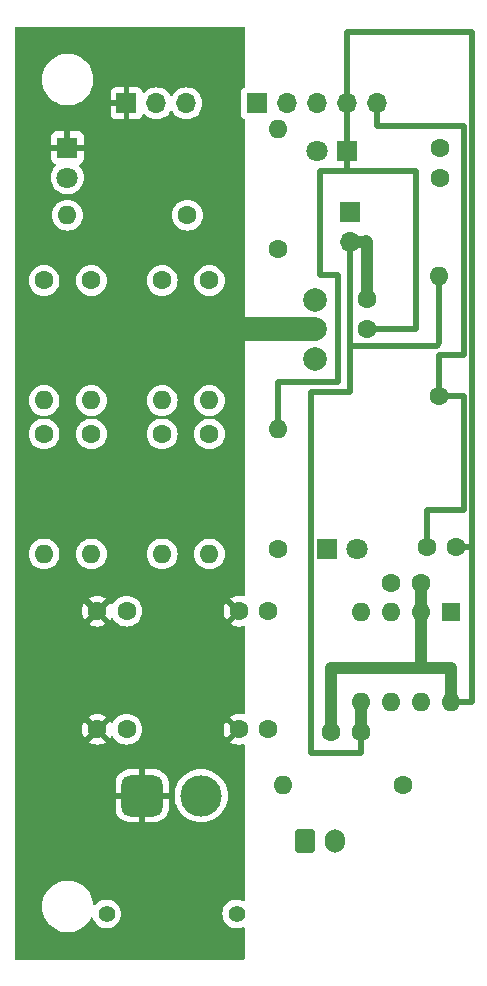
<source format=gbr>
%TF.GenerationSoftware,KiCad,Pcbnew,8.0.9-8.0.9-0~ubuntu24.04.1*%
%TF.CreationDate,2025-04-02T15:18:24+09:00*%
%TF.ProjectId,ServoDriver,53657276-6f44-4726-9976-65722e6b6963,rev?*%
%TF.SameCoordinates,Original*%
%TF.FileFunction,Copper,L2,Bot*%
%TF.FilePolarity,Positive*%
%FSLAX46Y46*%
G04 Gerber Fmt 4.6, Leading zero omitted, Abs format (unit mm)*
G04 Created by KiCad (PCBNEW 8.0.9-8.0.9-0~ubuntu24.04.1) date 2025-04-02 15:18:24*
%MOMM*%
%LPD*%
G01*
G04 APERTURE LIST*
G04 Aperture macros list*
%AMRoundRect*
0 Rectangle with rounded corners*
0 $1 Rounding radius*
0 $2 $3 $4 $5 $6 $7 $8 $9 X,Y pos of 4 corners*
0 Add a 4 corners polygon primitive as box body*
4,1,4,$2,$3,$4,$5,$6,$7,$8,$9,$2,$3,0*
0 Add four circle primitives for the rounded corners*
1,1,$1+$1,$2,$3*
1,1,$1+$1,$4,$5*
1,1,$1+$1,$6,$7*
1,1,$1+$1,$8,$9*
0 Add four rect primitives between the rounded corners*
20,1,$1+$1,$2,$3,$4,$5,0*
20,1,$1+$1,$4,$5,$6,$7,0*
20,1,$1+$1,$6,$7,$8,$9,0*
20,1,$1+$1,$8,$9,$2,$3,0*%
G04 Aperture macros list end*
%TA.AperFunction,ComponentPad*%
%ADD10C,1.600000*%
%TD*%
%TA.AperFunction,ComponentPad*%
%ADD11O,1.600000X1.600000*%
%TD*%
%TA.AperFunction,ComponentPad*%
%ADD12O,1.700000X1.700000*%
%TD*%
%TA.AperFunction,ComponentPad*%
%ADD13R,1.700000X1.700000*%
%TD*%
%TA.AperFunction,ComponentPad*%
%ADD14C,2.000000*%
%TD*%
%TA.AperFunction,ComponentPad*%
%ADD15R,1.600000X1.600000*%
%TD*%
%TA.AperFunction,ComponentPad*%
%ADD16C,1.400000*%
%TD*%
%TA.AperFunction,ComponentPad*%
%ADD17RoundRect,0.770000X0.980000X0.980000X-0.980000X0.980000X-0.980000X-0.980000X0.980000X-0.980000X0*%
%TD*%
%TA.AperFunction,ComponentPad*%
%ADD18C,3.500000*%
%TD*%
%TA.AperFunction,ComponentPad*%
%ADD19C,1.800000*%
%TD*%
%TA.AperFunction,ComponentPad*%
%ADD20R,1.800000X1.800000*%
%TD*%
%TA.AperFunction,ComponentPad*%
%ADD21RoundRect,0.250000X-0.600000X-0.750000X0.600000X-0.750000X0.600000X0.750000X-0.600000X0.750000X0*%
%TD*%
%TA.AperFunction,ComponentPad*%
%ADD22O,1.700000X2.000000*%
%TD*%
%TA.AperFunction,Conductor*%
%ADD23C,0.500000*%
%TD*%
%TA.AperFunction,Conductor*%
%ADD24C,1.000000*%
%TD*%
%TA.AperFunction,Conductor*%
%ADD25C,2.000000*%
%TD*%
G04 APERTURE END LIST*
D10*
%TO.P,0.1\u03BCF,1*%
%TO.N,Net-(U1-VO)*%
X105000000Y-130000000D03*
%TO.P,0.1\u03BCF,2*%
%TO.N,GND*%
X102500000Y-130000000D03*
%TD*%
%TO.P,1,1*%
%TO.N,+5V*%
X98000000Y-115000000D03*
D11*
%TO.P,1,2*%
%TO.N,Net-(U1-VO)*%
X98000000Y-125160000D03*
%TD*%
D10*
%TO.P,0.33\u03BCF,1*%
%TO.N,batt_in*%
X117000000Y-140000000D03*
%TO.P,0.33\u03BCF,2*%
%TO.N,GND*%
X114500000Y-140000000D03*
%TD*%
%TO.P,0.1\u03BCF,1*%
%TO.N,Net-(U5-VO)*%
X117000000Y-130000000D03*
%TO.P,0.1\u03BCF,2*%
%TO.N,GND*%
X114500000Y-130000000D03*
%TD*%
%TO.P,0.1\u03BCF,1*%
%TO.N,+5V*%
X127400000Y-127625000D03*
%TO.P,0.1\u03BCF,2*%
%TO.N,GND*%
X129900000Y-127625000D03*
%TD*%
D12*
%TO.P,J2,2,Pin_2*%
%TO.N,+3.3V*%
X123875000Y-98715000D03*
D13*
%TO.P,J2,1,Pin_1*%
%TO.N,External_3.3V*%
X123875000Y-96175000D03*
%TD*%
D11*
%TO.P,330,2*%
%TO.N,Net-(D2-A)*%
X99970000Y-96475000D03*
D10*
%TO.P,330,1*%
%TO.N,+5V*%
X110130000Y-96475000D03*
%TD*%
%TO.P,1,1*%
%TO.N,+5V*%
X108000000Y-115000000D03*
D11*
%TO.P,1,2*%
%TO.N,Net-(U5-VO)*%
X108000000Y-125160000D03*
%TD*%
D10*
%TO.P,1,1*%
%TO.N,+5V*%
X102000000Y-115000000D03*
D11*
%TO.P,1,2*%
%TO.N,Net-(U1-VO)*%
X102000000Y-125160000D03*
%TD*%
%TO.P,10k,2*%
%TO.N,+3.3V*%
X131430000Y-101660000D03*
D10*
%TO.P,10k,1*%
%TO.N,NRST*%
X131430000Y-111820000D03*
%TD*%
D13*
%TO.P,J3,1,Pin_1*%
%TO.N,External_3.3V*%
X116000000Y-87000000D03*
D12*
%TO.P,J3,2,Pin_2*%
%TO.N,SWDIO*%
X118540000Y-87000000D03*
%TO.P,J3,3,Pin_3*%
%TO.N,SWCLK*%
X121080000Y-87000000D03*
%TO.P,J3,4,Pin_4*%
%TO.N,GND*%
X123620000Y-87000000D03*
%TO.P,J3,5,Pin_5*%
%TO.N,NRST*%
X126160000Y-87000000D03*
%TD*%
D10*
%TO.P,0.1\u03BCF,2*%
%TO.N,External_3.3V*%
X131500000Y-93300000D03*
%TO.P,0.1\u03BCF,1*%
%TO.N,GND*%
X131500000Y-90800000D03*
%TD*%
%TO.P,1,1*%
%TO.N,+5V*%
X108000000Y-102000000D03*
D11*
%TO.P,1,2*%
%TO.N,Net-(U5-VO)*%
X108000000Y-112160000D03*
%TD*%
D10*
%TO.P,1,1*%
%TO.N,+5V*%
X112000000Y-115000000D03*
D11*
%TO.P,1,2*%
%TO.N,Net-(U5-VO)*%
X112000000Y-125160000D03*
%TD*%
D14*
%TO.P,U4,1,Vin*%
%TO.N,+5V*%
X120950000Y-108625000D03*
%TO.P,U4,2,GND*%
%TO.N,GND*%
X120950000Y-106125000D03*
%TO.P,U4,3,Vout*%
%TO.N,+3.3V*%
X120950000Y-103625000D03*
%TD*%
D10*
%TO.P,120,1*%
%TO.N,CAN_H*%
X128355000Y-144725000D03*
D11*
%TO.P,120,2*%
%TO.N,CAN_L*%
X118195000Y-144725000D03*
%TD*%
%TO.P,330,2*%
%TO.N,Net-(D3-A)*%
X117800000Y-89170000D03*
D10*
%TO.P,330,1*%
%TO.N,+3.3V*%
X117800000Y-99330000D03*
%TD*%
D15*
%TO.P,U2,1,TXD*%
%TO.N,TX*%
X132430000Y-130100000D03*
D11*
%TO.P,U2,2,VSS*%
%TO.N,GND*%
X129890000Y-130100000D03*
%TO.P,U2,3,VDD*%
%TO.N,+5V*%
X127350000Y-130100000D03*
%TO.P,U2,4,RXD*%
%TO.N,RX*%
X124810000Y-130100000D03*
%TO.P,U2,5,Vio*%
%TO.N,+3.3V*%
X124810000Y-137720000D03*
%TO.P,U2,6,CANL*%
%TO.N,CAN_L*%
X127350000Y-137720000D03*
%TO.P,U2,7,CANH*%
%TO.N,CAN_H*%
X129890000Y-137720000D03*
%TO.P,U2,8,STBY*%
%TO.N,GND*%
X132430000Y-137720000D03*
%TD*%
D16*
%TO.P,J4,*%
%TO.N,*%
X114300000Y-155625000D03*
X103300000Y-155625000D03*
D17*
%TO.P,J4,1,Pin_1*%
%TO.N,GND*%
X106300000Y-145625000D03*
D18*
%TO.P,J4,2,Pin_2*%
%TO.N,batt_in*%
X111300000Y-145625000D03*
%TD*%
D19*
%TO.P,3.3V,2,A*%
%TO.N,Net-(D3-A)*%
X121080000Y-91050000D03*
D20*
%TO.P,3.3V,1,K*%
%TO.N,GND*%
X123620000Y-91050000D03*
%TD*%
D10*
%TO.P,1,1*%
%TO.N,+5V*%
X102000000Y-102000000D03*
D11*
%TO.P,1,2*%
%TO.N,Net-(U1-VO)*%
X102000000Y-112160000D03*
%TD*%
D10*
%TO.P,1,1*%
%TO.N,+5V*%
X112000000Y-102000000D03*
D11*
%TO.P,1,2*%
%TO.N,Net-(U5-VO)*%
X112000000Y-112160000D03*
%TD*%
D10*
%TO.P,330,1*%
%TO.N,Net-(D1-K)*%
X117825000Y-124725000D03*
D11*
%TO.P,330,2*%
%TO.N,GND*%
X117825000Y-114565000D03*
%TD*%
D20*
%TO.P,5V,1,K*%
%TO.N,GND*%
X99975000Y-90750000D03*
D19*
%TO.P,5V,2,A*%
%TO.N,Net-(D2-A)*%
X99975000Y-93290000D03*
%TD*%
D13*
%TO.P,J5,1,Pin_1*%
%TO.N,GND*%
X104975000Y-87000000D03*
D12*
%TO.P,J5,2,Pin_2*%
%TO.N,+5V*%
X107515000Y-87000000D03*
%TO.P,J5,3,Pin_3*%
%TO.N,Signal*%
X110055000Y-87000000D03*
%TD*%
D10*
%TO.P,0.33\u03BCF,1*%
%TO.N,batt_in*%
X105000000Y-140000000D03*
%TO.P,0.33\u03BCF,2*%
%TO.N,GND*%
X102500000Y-140000000D03*
%TD*%
%TO.P,0.1\u03BCF,1*%
%TO.N,GND*%
X132910000Y-124600000D03*
%TO.P,0.1\u03BCF,2*%
%TO.N,NRST*%
X130410000Y-124600000D03*
%TD*%
%TO.P,3.3\u03BCF,1*%
%TO.N,+3.3V*%
X125300000Y-103600000D03*
%TO.P,3.3\u03BCF,2*%
%TO.N,GND*%
X125300000Y-106100000D03*
%TD*%
%TO.P,0.1\u03BCF,1*%
%TO.N,+3.3V*%
X124825000Y-140225000D03*
%TO.P,0.1\u03BCF,2*%
%TO.N,GND*%
X122325000Y-140225000D03*
%TD*%
D20*
%TO.P,mc,1,K*%
%TO.N,Net-(D1-K)*%
X121930000Y-124725000D03*
D19*
%TO.P,mc,2,A*%
%TO.N,check_led*%
X124470000Y-124725000D03*
%TD*%
D10*
%TO.P,1,1*%
%TO.N,+5V*%
X98000000Y-102000000D03*
D11*
%TO.P,1,2*%
%TO.N,Net-(U1-VO)*%
X98000000Y-112160000D03*
%TD*%
D21*
%TO.P,J1,1,Pin_1*%
%TO.N,CAN_L*%
X120125000Y-149425000D03*
D22*
%TO.P,J1,2,Pin_2*%
%TO.N,CAN_H*%
X122625000Y-149425000D03*
%TD*%
D23*
%TO.N,GND*%
X121330000Y-92750000D02*
X123615000Y-92750000D01*
D24*
X122325000Y-134775000D02*
X129875000Y-134775000D01*
X132430000Y-135280000D02*
X132430000Y-137720000D01*
D23*
X117840000Y-110610000D02*
X122870000Y-110610000D01*
D24*
X129900000Y-127625000D02*
X129900000Y-130090000D01*
D23*
X123620000Y-91050000D02*
X123620000Y-92745000D01*
X121340000Y-101530000D02*
X121330000Y-101540000D01*
X134250000Y-137725000D02*
X133575000Y-137725000D01*
X129450000Y-106100000D02*
X129475000Y-106075000D01*
X123620000Y-80980000D02*
X123625000Y-80975000D01*
X122840000Y-101530000D02*
X121340000Y-101530000D01*
D24*
X132425000Y-135275000D02*
X132430000Y-135280000D01*
D23*
X133575000Y-137725000D02*
X133570000Y-137720000D01*
X129475000Y-92750000D02*
X123625000Y-92750000D01*
D24*
X122325000Y-140225000D02*
X122325000Y-134775000D01*
D23*
X117825000Y-110625000D02*
X117840000Y-110610000D01*
X129475000Y-106075000D02*
X129475000Y-92750000D01*
X134240000Y-124600000D02*
X134250000Y-124590000D01*
D24*
X129900000Y-130090000D02*
X129890000Y-130100000D01*
D23*
X123625000Y-80975000D02*
X134250000Y-80975000D01*
X123620000Y-87000000D02*
X123620000Y-91050000D01*
D24*
X129890000Y-130100000D02*
X129890000Y-134760000D01*
D23*
X122870000Y-110610000D02*
X122870000Y-101560000D01*
X125300000Y-106100000D02*
X129450000Y-106100000D01*
X134250000Y-124590000D02*
X134250000Y-137725000D01*
X123620000Y-92745000D02*
X123625000Y-92750000D01*
D25*
X117875000Y-106125000D02*
X113775000Y-106125000D01*
D23*
X132910000Y-124600000D02*
X134240000Y-124600000D01*
X134250000Y-80975000D02*
X134250000Y-124590000D01*
X133570000Y-137720000D02*
X132430000Y-137720000D01*
D24*
X117825000Y-106175000D02*
X117875000Y-106125000D01*
X129875000Y-134775000D02*
X132425000Y-134775000D01*
D23*
X117825000Y-114565000D02*
X117825000Y-110625000D01*
X123615000Y-92750000D02*
X123620000Y-92745000D01*
X123620000Y-87000000D02*
X123620000Y-80980000D01*
D24*
X132425000Y-134775000D02*
X132425000Y-135275000D01*
D25*
X120950000Y-106125000D02*
X117875000Y-106125000D01*
D23*
X129475000Y-92750000D02*
X129450000Y-92725000D01*
X121330000Y-101540000D02*
X121330000Y-92750000D01*
X122870000Y-101560000D02*
X122840000Y-101530000D01*
D24*
X129890000Y-134760000D02*
X129875000Y-134775000D01*
%TO.N,+3.3V*%
X124825000Y-140225000D02*
X124825000Y-137735000D01*
D23*
X123875000Y-107520000D02*
X123875000Y-111425000D01*
X120575000Y-142050000D02*
X120575000Y-111450000D01*
X124825000Y-140225000D02*
X124825000Y-142050000D01*
D24*
X125335000Y-103565000D02*
X125300000Y-103600000D01*
X125300000Y-103600000D02*
X125300000Y-98750000D01*
X125235000Y-98715000D02*
X123875000Y-98715000D01*
X124825000Y-137735000D02*
X124810000Y-137720000D01*
D23*
X120600000Y-111425000D02*
X120575000Y-111450000D01*
X131230000Y-107520000D02*
X123875000Y-107520000D01*
D24*
X125300000Y-98750000D02*
X125250000Y-98700000D01*
D23*
X123875000Y-98715000D02*
X123875000Y-107520000D01*
X131430000Y-105109950D02*
X131440000Y-105119950D01*
D24*
X125250000Y-98700000D02*
X125235000Y-98715000D01*
D23*
X131440000Y-107310000D02*
X131230000Y-107520000D01*
X131430000Y-101660000D02*
X131430000Y-105109950D01*
X123875000Y-111425000D02*
X120600000Y-111425000D01*
X124825000Y-142050000D02*
X120575000Y-142050000D01*
X131440000Y-105119950D02*
X131440000Y-107310000D01*
%TO.N,NRST*%
X126180000Y-88900000D02*
X126180000Y-88610000D01*
X126180000Y-88610000D02*
X126160000Y-88590000D01*
X131430000Y-111820000D02*
X131430000Y-108330000D01*
X133540000Y-108310000D02*
X133550000Y-108320000D01*
X130410000Y-121450000D02*
X130400000Y-121440000D01*
X133550000Y-108320000D02*
X133550000Y-88900000D01*
X131430000Y-108330000D02*
X131410000Y-108310000D01*
X130410000Y-124600000D02*
X130410000Y-121450000D01*
X126160000Y-88590000D02*
X126160000Y-87000000D01*
X133530000Y-111820000D02*
X131430000Y-111820000D01*
X133550000Y-88900000D02*
X126180000Y-88900000D01*
X130400000Y-121440000D02*
X133530000Y-121440000D01*
X133530000Y-121440000D02*
X133530000Y-111820000D01*
X131410000Y-108310000D02*
X133540000Y-108310000D01*
%TD*%
%TA.AperFunction,Conductor*%
%TO.N,GND*%
G36*
X114943039Y-80520185D02*
G01*
X114988794Y-80572989D01*
X115000000Y-80624500D01*
X115000000Y-85585671D01*
X114980315Y-85652710D01*
X114927511Y-85698465D01*
X114919339Y-85701851D01*
X114907666Y-85706205D01*
X114907665Y-85706205D01*
X114792455Y-85792452D01*
X114792452Y-85792455D01*
X114706206Y-85907664D01*
X114706202Y-85907671D01*
X114655908Y-86042517D01*
X114649501Y-86102116D01*
X114649500Y-86102135D01*
X114649500Y-87897870D01*
X114649501Y-87897876D01*
X114655908Y-87957483D01*
X114706202Y-88092328D01*
X114706206Y-88092335D01*
X114792452Y-88207544D01*
X114792455Y-88207547D01*
X114907664Y-88293793D01*
X114907666Y-88293794D01*
X114907669Y-88293796D01*
X114919331Y-88298145D01*
X114975264Y-88340014D01*
X114999684Y-88405477D01*
X115000000Y-88414328D01*
X115000000Y-128626514D01*
X114980315Y-128693553D01*
X114927511Y-128739308D01*
X114858353Y-128749252D01*
X114843907Y-128746289D01*
X114726610Y-128714860D01*
X114726599Y-128714858D01*
X114500002Y-128695034D01*
X114499998Y-128695034D01*
X114273400Y-128714858D01*
X114273389Y-128714860D01*
X114053682Y-128773730D01*
X114053673Y-128773734D01*
X113847516Y-128869866D01*
X113847512Y-128869868D01*
X113774526Y-128920973D01*
X113774526Y-128920974D01*
X114453553Y-129600000D01*
X114447339Y-129600000D01*
X114345606Y-129627259D01*
X114254394Y-129679920D01*
X114179920Y-129754394D01*
X114127259Y-129845606D01*
X114100000Y-129947339D01*
X114100000Y-129953552D01*
X113420974Y-129274526D01*
X113420973Y-129274526D01*
X113369868Y-129347512D01*
X113369866Y-129347516D01*
X113273734Y-129553673D01*
X113273730Y-129553682D01*
X113214860Y-129773389D01*
X113214858Y-129773400D01*
X113195034Y-129999997D01*
X113195034Y-130000002D01*
X113214858Y-130226599D01*
X113214860Y-130226610D01*
X113273730Y-130446317D01*
X113273735Y-130446331D01*
X113369863Y-130652478D01*
X113420974Y-130725472D01*
X114100000Y-130046446D01*
X114100000Y-130052661D01*
X114127259Y-130154394D01*
X114179920Y-130245606D01*
X114254394Y-130320080D01*
X114345606Y-130372741D01*
X114447339Y-130400000D01*
X114453552Y-130400000D01*
X113774526Y-131079025D01*
X113847513Y-131130132D01*
X113847521Y-131130136D01*
X114053668Y-131226264D01*
X114053682Y-131226269D01*
X114273389Y-131285139D01*
X114273400Y-131285141D01*
X114499998Y-131304966D01*
X114500002Y-131304966D01*
X114726599Y-131285141D01*
X114726606Y-131285140D01*
X114843906Y-131253709D01*
X114913755Y-131255372D01*
X114971618Y-131294534D01*
X114999123Y-131358762D01*
X115000000Y-131373484D01*
X115000000Y-138626514D01*
X114980315Y-138693553D01*
X114927511Y-138739308D01*
X114858353Y-138749252D01*
X114843907Y-138746289D01*
X114726610Y-138714860D01*
X114726599Y-138714858D01*
X114500002Y-138695034D01*
X114499998Y-138695034D01*
X114273400Y-138714858D01*
X114273389Y-138714860D01*
X114053682Y-138773730D01*
X114053673Y-138773734D01*
X113847516Y-138869866D01*
X113847512Y-138869868D01*
X113774526Y-138920973D01*
X113774526Y-138920974D01*
X114453553Y-139600000D01*
X114447339Y-139600000D01*
X114345606Y-139627259D01*
X114254394Y-139679920D01*
X114179920Y-139754394D01*
X114127259Y-139845606D01*
X114100000Y-139947339D01*
X114100000Y-139953552D01*
X113420974Y-139274526D01*
X113420973Y-139274526D01*
X113369868Y-139347512D01*
X113369866Y-139347516D01*
X113273734Y-139553673D01*
X113273730Y-139553682D01*
X113214860Y-139773389D01*
X113214858Y-139773400D01*
X113195034Y-139999997D01*
X113195034Y-140000002D01*
X113214858Y-140226599D01*
X113214860Y-140226610D01*
X113273730Y-140446317D01*
X113273735Y-140446331D01*
X113369863Y-140652478D01*
X113420974Y-140725472D01*
X114100000Y-140046446D01*
X114100000Y-140052661D01*
X114127259Y-140154394D01*
X114179920Y-140245606D01*
X114254394Y-140320080D01*
X114345606Y-140372741D01*
X114447339Y-140400000D01*
X114453552Y-140400000D01*
X113774526Y-141079025D01*
X113847513Y-141130132D01*
X113847521Y-141130136D01*
X114053668Y-141226264D01*
X114053682Y-141226269D01*
X114273389Y-141285139D01*
X114273400Y-141285141D01*
X114499998Y-141304966D01*
X114500002Y-141304966D01*
X114726599Y-141285141D01*
X114726606Y-141285140D01*
X114843906Y-141253709D01*
X114913755Y-141255372D01*
X114971618Y-141294534D01*
X114999123Y-141358762D01*
X115000000Y-141373484D01*
X115000000Y-154427726D01*
X114980315Y-154494765D01*
X114927511Y-154540520D01*
X114858353Y-154550464D01*
X114831206Y-154543353D01*
X114823893Y-154540520D01*
X114629940Y-154465382D01*
X114411243Y-154424500D01*
X114188757Y-154424500D01*
X113970060Y-154465382D01*
X113894214Y-154494765D01*
X113762601Y-154545752D01*
X113762595Y-154545754D01*
X113573439Y-154662874D01*
X113573437Y-154662876D01*
X113409020Y-154812761D01*
X113274943Y-154990308D01*
X113274938Y-154990316D01*
X113175775Y-155189461D01*
X113175769Y-155189476D01*
X113114885Y-155403462D01*
X113114884Y-155403464D01*
X113094357Y-155624999D01*
X113094357Y-155625000D01*
X113114884Y-155846535D01*
X113114885Y-155846537D01*
X113175769Y-156060523D01*
X113175775Y-156060538D01*
X113274938Y-156259683D01*
X113274943Y-156259691D01*
X113409020Y-156437238D01*
X113573437Y-156587123D01*
X113573439Y-156587125D01*
X113762595Y-156704245D01*
X113762596Y-156704245D01*
X113762599Y-156704247D01*
X113970060Y-156784618D01*
X114188757Y-156825500D01*
X114188759Y-156825500D01*
X114411241Y-156825500D01*
X114411243Y-156825500D01*
X114629940Y-156784618D01*
X114831209Y-156706645D01*
X114900829Y-156700784D01*
X114962569Y-156733494D01*
X114996824Y-156794390D01*
X115000000Y-156822273D01*
X115000000Y-159375500D01*
X114980315Y-159442539D01*
X114927511Y-159488294D01*
X114876000Y-159499500D01*
X95624500Y-159499500D01*
X95557461Y-159479815D01*
X95511706Y-159427011D01*
X95500500Y-159375500D01*
X95500500Y-155000000D01*
X97824428Y-155000000D01*
X97844690Y-155296240D01*
X97844691Y-155296242D01*
X97905100Y-155586950D01*
X97905105Y-155586967D01*
X98004539Y-155866746D01*
X98004538Y-155866746D01*
X98141149Y-156130393D01*
X98141153Y-156130399D01*
X98312378Y-156372970D01*
X98312382Y-156372974D01*
X98312384Y-156372977D01*
X98515056Y-156589986D01*
X98745390Y-156777377D01*
X98745392Y-156777378D01*
X98745393Y-156777379D01*
X98999096Y-156931659D01*
X98999101Y-156931661D01*
X99271440Y-157049954D01*
X99271445Y-157049956D01*
X99557367Y-157130068D01*
X99815986Y-157165614D01*
X99851533Y-157170500D01*
X99851534Y-157170500D01*
X100148467Y-157170500D01*
X100180180Y-157166140D01*
X100442633Y-157130068D01*
X100728555Y-157049956D01*
X101000905Y-156931658D01*
X101254610Y-156777377D01*
X101484944Y-156589986D01*
X101687616Y-156372977D01*
X101858851Y-156130392D01*
X101932449Y-155988353D01*
X101980768Y-155937887D01*
X102048702Y-155921555D01*
X102114681Y-155944543D01*
X102157759Y-155999554D01*
X102161812Y-156011467D01*
X102175770Y-156060525D01*
X102175775Y-156060538D01*
X102274938Y-156259683D01*
X102274943Y-156259691D01*
X102409020Y-156437238D01*
X102573437Y-156587123D01*
X102573439Y-156587125D01*
X102762595Y-156704245D01*
X102762596Y-156704245D01*
X102762599Y-156704247D01*
X102970060Y-156784618D01*
X103188757Y-156825500D01*
X103188759Y-156825500D01*
X103411241Y-156825500D01*
X103411243Y-156825500D01*
X103629940Y-156784618D01*
X103837401Y-156704247D01*
X104026562Y-156587124D01*
X104190981Y-156437236D01*
X104325058Y-156259689D01*
X104424229Y-156060528D01*
X104485115Y-155846536D01*
X104505643Y-155625000D01*
X104499715Y-155561031D01*
X104485115Y-155403464D01*
X104485114Y-155403462D01*
X104454607Y-155296242D01*
X104424229Y-155189472D01*
X104329883Y-155000000D01*
X104325061Y-154990316D01*
X104325056Y-154990308D01*
X104190979Y-154812761D01*
X104026562Y-154662876D01*
X104026560Y-154662874D01*
X103837404Y-154545754D01*
X103837398Y-154545752D01*
X103629940Y-154465382D01*
X103411243Y-154424500D01*
X103188757Y-154424500D01*
X102970060Y-154465382D01*
X102894214Y-154494765D01*
X102762601Y-154545752D01*
X102762595Y-154545754D01*
X102573439Y-154662874D01*
X102573437Y-154662876D01*
X102409020Y-154812762D01*
X102383233Y-154846910D01*
X102327124Y-154888546D01*
X102257412Y-154893237D01*
X102196230Y-154859495D01*
X102163003Y-154798031D01*
X102160568Y-154780645D01*
X102155309Y-154703759D01*
X102155308Y-154703757D01*
X102094899Y-154413049D01*
X102094894Y-154413032D01*
X101995460Y-154133253D01*
X101995461Y-154133253D01*
X101858850Y-153869606D01*
X101858846Y-153869600D01*
X101687621Y-153627029D01*
X101687617Y-153627025D01*
X101687616Y-153627023D01*
X101484944Y-153410014D01*
X101484937Y-153410009D01*
X101484936Y-153410007D01*
X101254606Y-153222620D01*
X101000903Y-153068340D01*
X101000898Y-153068338D01*
X100728559Y-152950045D01*
X100442638Y-152869933D01*
X100442634Y-152869932D01*
X100442633Y-152869932D01*
X100295549Y-152849716D01*
X100148467Y-152829500D01*
X100148466Y-152829500D01*
X99851534Y-152829500D01*
X99851533Y-152829500D01*
X99557367Y-152869932D01*
X99557361Y-152869933D01*
X99271440Y-152950045D01*
X98999101Y-153068338D01*
X98999096Y-153068340D01*
X98745393Y-153222620D01*
X98515063Y-153410007D01*
X98312378Y-153627029D01*
X98141153Y-153869600D01*
X98141149Y-153869606D01*
X98004539Y-154133253D01*
X97905105Y-154413032D01*
X97905100Y-154413049D01*
X97844691Y-154703757D01*
X97844690Y-154703759D01*
X97824428Y-155000000D01*
X95500500Y-155000000D01*
X95500500Y-144579773D01*
X104050000Y-144579773D01*
X104050000Y-145375000D01*
X105381116Y-145375000D01*
X105350000Y-145531433D01*
X105350000Y-145718567D01*
X105381116Y-145875000D01*
X104050001Y-145875000D01*
X104050001Y-146670227D01*
X104060566Y-146804474D01*
X104116423Y-147026152D01*
X104210962Y-147234287D01*
X104210967Y-147234296D01*
X104341151Y-147422203D01*
X104502796Y-147583848D01*
X104690703Y-147714032D01*
X104690712Y-147714037D01*
X104898847Y-147808576D01*
X105120525Y-147864433D01*
X105254780Y-147874999D01*
X106049999Y-147874999D01*
X106050000Y-147874998D01*
X106050000Y-146543883D01*
X106206433Y-146575000D01*
X106393567Y-146575000D01*
X106550000Y-146543883D01*
X106550000Y-147874999D01*
X107345212Y-147874999D01*
X107345227Y-147874998D01*
X107479474Y-147864433D01*
X107701152Y-147808576D01*
X107909287Y-147714037D01*
X107909296Y-147714032D01*
X108097203Y-147583848D01*
X108258848Y-147422203D01*
X108389032Y-147234296D01*
X108389037Y-147234287D01*
X108483576Y-147026152D01*
X108539433Y-146804474D01*
X108549999Y-146670226D01*
X108550000Y-146670213D01*
X108550000Y-145875000D01*
X107218884Y-145875000D01*
X107250000Y-145718567D01*
X107250000Y-145624992D01*
X109044671Y-145624992D01*
X109044671Y-145625007D01*
X109063964Y-145919363D01*
X109063965Y-145919373D01*
X109063966Y-145919380D01*
X109063968Y-145919390D01*
X109121518Y-146208716D01*
X109121521Y-146208730D01*
X109216349Y-146488080D01*
X109346825Y-146752660D01*
X109346829Y-146752667D01*
X109510725Y-146997955D01*
X109705241Y-147219758D01*
X109927043Y-147414273D01*
X110172335Y-147578172D01*
X110436923Y-147708652D01*
X110716278Y-147803481D01*
X111005620Y-147861034D01*
X111033888Y-147862886D01*
X111299993Y-147880329D01*
X111300000Y-147880329D01*
X111300007Y-147880329D01*
X111542522Y-147864433D01*
X111594380Y-147861034D01*
X111883722Y-147803481D01*
X112163077Y-147708652D01*
X112427665Y-147578172D01*
X112672957Y-147414273D01*
X112894758Y-147219758D01*
X113089273Y-146997957D01*
X113253172Y-146752665D01*
X113383652Y-146488077D01*
X113478481Y-146208722D01*
X113536034Y-145919380D01*
X113555329Y-145625000D01*
X113555329Y-145624992D01*
X113536035Y-145330636D01*
X113536034Y-145330620D01*
X113478481Y-145041278D01*
X113383652Y-144761923D01*
X113253172Y-144497336D01*
X113089273Y-144252043D01*
X113046655Y-144203447D01*
X112894758Y-144030241D01*
X112672955Y-143835725D01*
X112427667Y-143671829D01*
X112427660Y-143671825D01*
X112163080Y-143541349D01*
X111883730Y-143446521D01*
X111883724Y-143446519D01*
X111883722Y-143446519D01*
X111594380Y-143388966D01*
X111594373Y-143388965D01*
X111594363Y-143388964D01*
X111300007Y-143369671D01*
X111299993Y-143369671D01*
X111005636Y-143388964D01*
X111005624Y-143388965D01*
X111005620Y-143388966D01*
X111005612Y-143388967D01*
X111005609Y-143388968D01*
X110716283Y-143446518D01*
X110716269Y-143446521D01*
X110436919Y-143541349D01*
X110172334Y-143671828D01*
X109927041Y-143835728D01*
X109705241Y-144030241D01*
X109510728Y-144252041D01*
X109346828Y-144497334D01*
X109216349Y-144761919D01*
X109121521Y-145041269D01*
X109121518Y-145041283D01*
X109063968Y-145330609D01*
X109063964Y-145330636D01*
X109044671Y-145624992D01*
X107250000Y-145624992D01*
X107250000Y-145531433D01*
X107218884Y-145375000D01*
X108549999Y-145375000D01*
X108549999Y-144579787D01*
X108549998Y-144579772D01*
X108539433Y-144445525D01*
X108483576Y-144223847D01*
X108389037Y-144015712D01*
X108389032Y-144015703D01*
X108258848Y-143827796D01*
X108097203Y-143666151D01*
X107909296Y-143535967D01*
X107909287Y-143535962D01*
X107701152Y-143441423D01*
X107479474Y-143385566D01*
X107345226Y-143375000D01*
X106550000Y-143375000D01*
X106550000Y-144706116D01*
X106393567Y-144675000D01*
X106206433Y-144675000D01*
X106050000Y-144706116D01*
X106050000Y-143375000D01*
X105254787Y-143375000D01*
X105254772Y-143375001D01*
X105120525Y-143385566D01*
X104898847Y-143441423D01*
X104690712Y-143535962D01*
X104690703Y-143535967D01*
X104502796Y-143666151D01*
X104341151Y-143827796D01*
X104210967Y-144015703D01*
X104210962Y-144015712D01*
X104116423Y-144223847D01*
X104060566Y-144445525D01*
X104050000Y-144579773D01*
X95500500Y-144579773D01*
X95500500Y-139999997D01*
X101195034Y-139999997D01*
X101195034Y-140000002D01*
X101214858Y-140226599D01*
X101214860Y-140226610D01*
X101273730Y-140446317D01*
X101273735Y-140446331D01*
X101369863Y-140652478D01*
X101420974Y-140725472D01*
X102100000Y-140046446D01*
X102100000Y-140052661D01*
X102127259Y-140154394D01*
X102179920Y-140245606D01*
X102254394Y-140320080D01*
X102345606Y-140372741D01*
X102447339Y-140400000D01*
X102453553Y-140400000D01*
X101774526Y-141079025D01*
X101847513Y-141130132D01*
X101847521Y-141130136D01*
X102053668Y-141226264D01*
X102053682Y-141226269D01*
X102273389Y-141285139D01*
X102273400Y-141285141D01*
X102499998Y-141304966D01*
X102500002Y-141304966D01*
X102726599Y-141285141D01*
X102726610Y-141285139D01*
X102946317Y-141226269D01*
X102946331Y-141226264D01*
X103152478Y-141130136D01*
X103225471Y-141079024D01*
X102546447Y-140400000D01*
X102552661Y-140400000D01*
X102654394Y-140372741D01*
X102745606Y-140320080D01*
X102820080Y-140245606D01*
X102872741Y-140154394D01*
X102900000Y-140052661D01*
X102900000Y-140046447D01*
X103579024Y-140725471D01*
X103630134Y-140652481D01*
X103637340Y-140637028D01*
X103683511Y-140584587D01*
X103750704Y-140565433D01*
X103817585Y-140585646D01*
X103862105Y-140637022D01*
X103869430Y-140652730D01*
X103869432Y-140652734D01*
X103999954Y-140839141D01*
X104160858Y-141000045D01*
X104160861Y-141000047D01*
X104347266Y-141130568D01*
X104553504Y-141226739D01*
X104773308Y-141285635D01*
X104935230Y-141299801D01*
X104999998Y-141305468D01*
X105000000Y-141305468D01*
X105000002Y-141305468D01*
X105056673Y-141300509D01*
X105226692Y-141285635D01*
X105446496Y-141226739D01*
X105652734Y-141130568D01*
X105839139Y-141000047D01*
X106000047Y-140839139D01*
X106130568Y-140652734D01*
X106226739Y-140446496D01*
X106285635Y-140226692D01*
X106305468Y-140000000D01*
X106285635Y-139773308D01*
X106226739Y-139553504D01*
X106130568Y-139347266D01*
X106000047Y-139160861D01*
X106000045Y-139160858D01*
X105839141Y-138999954D01*
X105652734Y-138869432D01*
X105652732Y-138869431D01*
X105446497Y-138773261D01*
X105446488Y-138773258D01*
X105226697Y-138714366D01*
X105226693Y-138714365D01*
X105226692Y-138714365D01*
X105226691Y-138714364D01*
X105226686Y-138714364D01*
X105000002Y-138694532D01*
X104999998Y-138694532D01*
X104773313Y-138714364D01*
X104773302Y-138714366D01*
X104553511Y-138773258D01*
X104553502Y-138773261D01*
X104347267Y-138869431D01*
X104347265Y-138869432D01*
X104160858Y-138999954D01*
X103999954Y-139160858D01*
X103869432Y-139347265D01*
X103869429Y-139347270D01*
X103862104Y-139362979D01*
X103815929Y-139415417D01*
X103748735Y-139434566D01*
X103681855Y-139414347D01*
X103637341Y-139362973D01*
X103630133Y-139347515D01*
X103630132Y-139347513D01*
X103579025Y-139274526D01*
X102900000Y-139953551D01*
X102900000Y-139947339D01*
X102872741Y-139845606D01*
X102820080Y-139754394D01*
X102745606Y-139679920D01*
X102654394Y-139627259D01*
X102552661Y-139600000D01*
X102546445Y-139600000D01*
X103225472Y-138920974D01*
X103152478Y-138869863D01*
X102946331Y-138773735D01*
X102946317Y-138773730D01*
X102726610Y-138714860D01*
X102726599Y-138714858D01*
X102500002Y-138695034D01*
X102499998Y-138695034D01*
X102273400Y-138714858D01*
X102273389Y-138714860D01*
X102053682Y-138773730D01*
X102053673Y-138773734D01*
X101847516Y-138869866D01*
X101847512Y-138869868D01*
X101774526Y-138920973D01*
X101774526Y-138920974D01*
X102453553Y-139600000D01*
X102447339Y-139600000D01*
X102345606Y-139627259D01*
X102254394Y-139679920D01*
X102179920Y-139754394D01*
X102127259Y-139845606D01*
X102100000Y-139947339D01*
X102100000Y-139953552D01*
X101420974Y-139274526D01*
X101420973Y-139274526D01*
X101369868Y-139347512D01*
X101369866Y-139347516D01*
X101273734Y-139553673D01*
X101273730Y-139553682D01*
X101214860Y-139773389D01*
X101214858Y-139773400D01*
X101195034Y-139999997D01*
X95500500Y-139999997D01*
X95500500Y-129999997D01*
X101195034Y-129999997D01*
X101195034Y-130000002D01*
X101214858Y-130226599D01*
X101214860Y-130226610D01*
X101273730Y-130446317D01*
X101273735Y-130446331D01*
X101369863Y-130652478D01*
X101420974Y-130725472D01*
X102100000Y-130046446D01*
X102100000Y-130052661D01*
X102127259Y-130154394D01*
X102179920Y-130245606D01*
X102254394Y-130320080D01*
X102345606Y-130372741D01*
X102447339Y-130400000D01*
X102453553Y-130400000D01*
X101774526Y-131079025D01*
X101847513Y-131130132D01*
X101847521Y-131130136D01*
X102053668Y-131226264D01*
X102053682Y-131226269D01*
X102273389Y-131285139D01*
X102273400Y-131285141D01*
X102499998Y-131304966D01*
X102500002Y-131304966D01*
X102726599Y-131285141D01*
X102726610Y-131285139D01*
X102946317Y-131226269D01*
X102946331Y-131226264D01*
X103152478Y-131130136D01*
X103225471Y-131079024D01*
X102546447Y-130400000D01*
X102552661Y-130400000D01*
X102654394Y-130372741D01*
X102745606Y-130320080D01*
X102820080Y-130245606D01*
X102872741Y-130154394D01*
X102900000Y-130052661D01*
X102900000Y-130046447D01*
X103579024Y-130725471D01*
X103630134Y-130652481D01*
X103637340Y-130637028D01*
X103683511Y-130584587D01*
X103750704Y-130565433D01*
X103817585Y-130585646D01*
X103862105Y-130637022D01*
X103869430Y-130652730D01*
X103869432Y-130652734D01*
X103999954Y-130839141D01*
X104160858Y-131000045D01*
X104160861Y-131000047D01*
X104347266Y-131130568D01*
X104553504Y-131226739D01*
X104773308Y-131285635D01*
X104935230Y-131299801D01*
X104999998Y-131305468D01*
X105000000Y-131305468D01*
X105000002Y-131305468D01*
X105056673Y-131300509D01*
X105226692Y-131285635D01*
X105446496Y-131226739D01*
X105652734Y-131130568D01*
X105839139Y-131000047D01*
X106000047Y-130839139D01*
X106130568Y-130652734D01*
X106226739Y-130446496D01*
X106285635Y-130226692D01*
X106305468Y-130000000D01*
X106285635Y-129773308D01*
X106226739Y-129553504D01*
X106130568Y-129347266D01*
X106000047Y-129160861D01*
X106000045Y-129160858D01*
X105839141Y-128999954D01*
X105652734Y-128869432D01*
X105652732Y-128869431D01*
X105446497Y-128773261D01*
X105446488Y-128773258D01*
X105226697Y-128714366D01*
X105226693Y-128714365D01*
X105226692Y-128714365D01*
X105226691Y-128714364D01*
X105226686Y-128714364D01*
X105000002Y-128694532D01*
X104999998Y-128694532D01*
X104773313Y-128714364D01*
X104773302Y-128714366D01*
X104553511Y-128773258D01*
X104553502Y-128773261D01*
X104347267Y-128869431D01*
X104347265Y-128869432D01*
X104160858Y-128999954D01*
X103999954Y-129160858D01*
X103869432Y-129347265D01*
X103869429Y-129347270D01*
X103862104Y-129362979D01*
X103815929Y-129415417D01*
X103748735Y-129434566D01*
X103681855Y-129414347D01*
X103637341Y-129362973D01*
X103630133Y-129347515D01*
X103630132Y-129347513D01*
X103579025Y-129274526D01*
X102900000Y-129953551D01*
X102900000Y-129947339D01*
X102872741Y-129845606D01*
X102820080Y-129754394D01*
X102745606Y-129679920D01*
X102654394Y-129627259D01*
X102552661Y-129600000D01*
X102546445Y-129600000D01*
X103225472Y-128920974D01*
X103152478Y-128869863D01*
X102946331Y-128773735D01*
X102946317Y-128773730D01*
X102726610Y-128714860D01*
X102726599Y-128714858D01*
X102500002Y-128695034D01*
X102499998Y-128695034D01*
X102273400Y-128714858D01*
X102273389Y-128714860D01*
X102053682Y-128773730D01*
X102053673Y-128773734D01*
X101847516Y-128869866D01*
X101847512Y-128869868D01*
X101774526Y-128920973D01*
X101774526Y-128920974D01*
X102453553Y-129600000D01*
X102447339Y-129600000D01*
X102345606Y-129627259D01*
X102254394Y-129679920D01*
X102179920Y-129754394D01*
X102127259Y-129845606D01*
X102100000Y-129947339D01*
X102100000Y-129953552D01*
X101420974Y-129274526D01*
X101420973Y-129274526D01*
X101369868Y-129347512D01*
X101369866Y-129347516D01*
X101273734Y-129553673D01*
X101273730Y-129553682D01*
X101214860Y-129773389D01*
X101214858Y-129773400D01*
X101195034Y-129999997D01*
X95500500Y-129999997D01*
X95500500Y-125159998D01*
X96694532Y-125159998D01*
X96694532Y-125160001D01*
X96714364Y-125386686D01*
X96714366Y-125386697D01*
X96773258Y-125606488D01*
X96773261Y-125606497D01*
X96869431Y-125812732D01*
X96869432Y-125812734D01*
X96999954Y-125999141D01*
X97160858Y-126160045D01*
X97160861Y-126160047D01*
X97347266Y-126290568D01*
X97553504Y-126386739D01*
X97773308Y-126445635D01*
X97935230Y-126459801D01*
X97999998Y-126465468D01*
X98000000Y-126465468D01*
X98000002Y-126465468D01*
X98056673Y-126460509D01*
X98226692Y-126445635D01*
X98446496Y-126386739D01*
X98652734Y-126290568D01*
X98839139Y-126160047D01*
X99000047Y-125999139D01*
X99130568Y-125812734D01*
X99226739Y-125606496D01*
X99285635Y-125386692D01*
X99305468Y-125160000D01*
X99305468Y-125159998D01*
X100694532Y-125159998D01*
X100694532Y-125160001D01*
X100714364Y-125386686D01*
X100714366Y-125386697D01*
X100773258Y-125606488D01*
X100773261Y-125606497D01*
X100869431Y-125812732D01*
X100869432Y-125812734D01*
X100999954Y-125999141D01*
X101160858Y-126160045D01*
X101160861Y-126160047D01*
X101347266Y-126290568D01*
X101553504Y-126386739D01*
X101773308Y-126445635D01*
X101935230Y-126459801D01*
X101999998Y-126465468D01*
X102000000Y-126465468D01*
X102000002Y-126465468D01*
X102056673Y-126460509D01*
X102226692Y-126445635D01*
X102446496Y-126386739D01*
X102652734Y-126290568D01*
X102839139Y-126160047D01*
X103000047Y-125999139D01*
X103130568Y-125812734D01*
X103226739Y-125606496D01*
X103285635Y-125386692D01*
X103305468Y-125160000D01*
X103305468Y-125159998D01*
X106694532Y-125159998D01*
X106694532Y-125160001D01*
X106714364Y-125386686D01*
X106714366Y-125386697D01*
X106773258Y-125606488D01*
X106773261Y-125606497D01*
X106869431Y-125812732D01*
X106869432Y-125812734D01*
X106999954Y-125999141D01*
X107160858Y-126160045D01*
X107160861Y-126160047D01*
X107347266Y-126290568D01*
X107553504Y-126386739D01*
X107773308Y-126445635D01*
X107935230Y-126459801D01*
X107999998Y-126465468D01*
X108000000Y-126465468D01*
X108000002Y-126465468D01*
X108056673Y-126460509D01*
X108226692Y-126445635D01*
X108446496Y-126386739D01*
X108652734Y-126290568D01*
X108839139Y-126160047D01*
X109000047Y-125999139D01*
X109130568Y-125812734D01*
X109226739Y-125606496D01*
X109285635Y-125386692D01*
X109305468Y-125160000D01*
X109305468Y-125159998D01*
X110694532Y-125159998D01*
X110694532Y-125160001D01*
X110714364Y-125386686D01*
X110714366Y-125386697D01*
X110773258Y-125606488D01*
X110773261Y-125606497D01*
X110869431Y-125812732D01*
X110869432Y-125812734D01*
X110999954Y-125999141D01*
X111160858Y-126160045D01*
X111160861Y-126160047D01*
X111347266Y-126290568D01*
X111553504Y-126386739D01*
X111773308Y-126445635D01*
X111935230Y-126459801D01*
X111999998Y-126465468D01*
X112000000Y-126465468D01*
X112000002Y-126465468D01*
X112056673Y-126460509D01*
X112226692Y-126445635D01*
X112446496Y-126386739D01*
X112652734Y-126290568D01*
X112839139Y-126160047D01*
X113000047Y-125999139D01*
X113130568Y-125812734D01*
X113226739Y-125606496D01*
X113285635Y-125386692D01*
X113305468Y-125160000D01*
X113285635Y-124933308D01*
X113226739Y-124713504D01*
X113130568Y-124507266D01*
X113000047Y-124320861D01*
X113000045Y-124320858D01*
X112839141Y-124159954D01*
X112652734Y-124029432D01*
X112652732Y-124029431D01*
X112446497Y-123933261D01*
X112446488Y-123933258D01*
X112226697Y-123874366D01*
X112226693Y-123874365D01*
X112226692Y-123874365D01*
X112226691Y-123874364D01*
X112226686Y-123874364D01*
X112000002Y-123854532D01*
X111999998Y-123854532D01*
X111773313Y-123874364D01*
X111773302Y-123874366D01*
X111553511Y-123933258D01*
X111553502Y-123933261D01*
X111347267Y-124029431D01*
X111347265Y-124029432D01*
X111160858Y-124159954D01*
X110999954Y-124320858D01*
X110869432Y-124507265D01*
X110869431Y-124507267D01*
X110773261Y-124713502D01*
X110773258Y-124713511D01*
X110714366Y-124933302D01*
X110714364Y-124933313D01*
X110694532Y-125159998D01*
X109305468Y-125159998D01*
X109285635Y-124933308D01*
X109226739Y-124713504D01*
X109130568Y-124507266D01*
X109000047Y-124320861D01*
X109000045Y-124320858D01*
X108839141Y-124159954D01*
X108652734Y-124029432D01*
X108652732Y-124029431D01*
X108446497Y-123933261D01*
X108446488Y-123933258D01*
X108226697Y-123874366D01*
X108226693Y-123874365D01*
X108226692Y-123874365D01*
X108226691Y-123874364D01*
X108226686Y-123874364D01*
X108000002Y-123854532D01*
X107999998Y-123854532D01*
X107773313Y-123874364D01*
X107773302Y-123874366D01*
X107553511Y-123933258D01*
X107553502Y-123933261D01*
X107347267Y-124029431D01*
X107347265Y-124029432D01*
X107160858Y-124159954D01*
X106999954Y-124320858D01*
X106869432Y-124507265D01*
X106869431Y-124507267D01*
X106773261Y-124713502D01*
X106773258Y-124713511D01*
X106714366Y-124933302D01*
X106714364Y-124933313D01*
X106694532Y-125159998D01*
X103305468Y-125159998D01*
X103285635Y-124933308D01*
X103226739Y-124713504D01*
X103130568Y-124507266D01*
X103000047Y-124320861D01*
X103000045Y-124320858D01*
X102839141Y-124159954D01*
X102652734Y-124029432D01*
X102652732Y-124029431D01*
X102446497Y-123933261D01*
X102446488Y-123933258D01*
X102226697Y-123874366D01*
X102226693Y-123874365D01*
X102226692Y-123874365D01*
X102226691Y-123874364D01*
X102226686Y-123874364D01*
X102000002Y-123854532D01*
X101999998Y-123854532D01*
X101773313Y-123874364D01*
X101773302Y-123874366D01*
X101553511Y-123933258D01*
X101553502Y-123933261D01*
X101347267Y-124029431D01*
X101347265Y-124029432D01*
X101160858Y-124159954D01*
X100999954Y-124320858D01*
X100869432Y-124507265D01*
X100869431Y-124507267D01*
X100773261Y-124713502D01*
X100773258Y-124713511D01*
X100714366Y-124933302D01*
X100714364Y-124933313D01*
X100694532Y-125159998D01*
X99305468Y-125159998D01*
X99285635Y-124933308D01*
X99226739Y-124713504D01*
X99130568Y-124507266D01*
X99000047Y-124320861D01*
X99000045Y-124320858D01*
X98839141Y-124159954D01*
X98652734Y-124029432D01*
X98652732Y-124029431D01*
X98446497Y-123933261D01*
X98446488Y-123933258D01*
X98226697Y-123874366D01*
X98226693Y-123874365D01*
X98226692Y-123874365D01*
X98226691Y-123874364D01*
X98226686Y-123874364D01*
X98000002Y-123854532D01*
X97999998Y-123854532D01*
X97773313Y-123874364D01*
X97773302Y-123874366D01*
X97553511Y-123933258D01*
X97553502Y-123933261D01*
X97347267Y-124029431D01*
X97347265Y-124029432D01*
X97160858Y-124159954D01*
X96999954Y-124320858D01*
X96869432Y-124507265D01*
X96869431Y-124507267D01*
X96773261Y-124713502D01*
X96773258Y-124713511D01*
X96714366Y-124933302D01*
X96714364Y-124933313D01*
X96694532Y-125159998D01*
X95500500Y-125159998D01*
X95500500Y-114999998D01*
X96694532Y-114999998D01*
X96694532Y-115000001D01*
X96714364Y-115226686D01*
X96714366Y-115226697D01*
X96773258Y-115446488D01*
X96773261Y-115446497D01*
X96869431Y-115652732D01*
X96869432Y-115652734D01*
X96999954Y-115839141D01*
X97160858Y-116000045D01*
X97160861Y-116000047D01*
X97347266Y-116130568D01*
X97553504Y-116226739D01*
X97773308Y-116285635D01*
X97935230Y-116299801D01*
X97999998Y-116305468D01*
X98000000Y-116305468D01*
X98000002Y-116305468D01*
X98056673Y-116300509D01*
X98226692Y-116285635D01*
X98446496Y-116226739D01*
X98652734Y-116130568D01*
X98839139Y-116000047D01*
X99000047Y-115839139D01*
X99130568Y-115652734D01*
X99226739Y-115446496D01*
X99285635Y-115226692D01*
X99305468Y-115000000D01*
X99305468Y-114999998D01*
X100694532Y-114999998D01*
X100694532Y-115000001D01*
X100714364Y-115226686D01*
X100714366Y-115226697D01*
X100773258Y-115446488D01*
X100773261Y-115446497D01*
X100869431Y-115652732D01*
X100869432Y-115652734D01*
X100999954Y-115839141D01*
X101160858Y-116000045D01*
X101160861Y-116000047D01*
X101347266Y-116130568D01*
X101553504Y-116226739D01*
X101773308Y-116285635D01*
X101935230Y-116299801D01*
X101999998Y-116305468D01*
X102000000Y-116305468D01*
X102000002Y-116305468D01*
X102056673Y-116300509D01*
X102226692Y-116285635D01*
X102446496Y-116226739D01*
X102652734Y-116130568D01*
X102839139Y-116000047D01*
X103000047Y-115839139D01*
X103130568Y-115652734D01*
X103226739Y-115446496D01*
X103285635Y-115226692D01*
X103305468Y-115000000D01*
X103305468Y-114999998D01*
X106694532Y-114999998D01*
X106694532Y-115000001D01*
X106714364Y-115226686D01*
X106714366Y-115226697D01*
X106773258Y-115446488D01*
X106773261Y-115446497D01*
X106869431Y-115652732D01*
X106869432Y-115652734D01*
X106999954Y-115839141D01*
X107160858Y-116000045D01*
X107160861Y-116000047D01*
X107347266Y-116130568D01*
X107553504Y-116226739D01*
X107773308Y-116285635D01*
X107935230Y-116299801D01*
X107999998Y-116305468D01*
X108000000Y-116305468D01*
X108000002Y-116305468D01*
X108056673Y-116300509D01*
X108226692Y-116285635D01*
X108446496Y-116226739D01*
X108652734Y-116130568D01*
X108839139Y-116000047D01*
X109000047Y-115839139D01*
X109130568Y-115652734D01*
X109226739Y-115446496D01*
X109285635Y-115226692D01*
X109305468Y-115000000D01*
X109305468Y-114999998D01*
X110694532Y-114999998D01*
X110694532Y-115000001D01*
X110714364Y-115226686D01*
X110714366Y-115226697D01*
X110773258Y-115446488D01*
X110773261Y-115446497D01*
X110869431Y-115652732D01*
X110869432Y-115652734D01*
X110999954Y-115839141D01*
X111160858Y-116000045D01*
X111160861Y-116000047D01*
X111347266Y-116130568D01*
X111553504Y-116226739D01*
X111773308Y-116285635D01*
X111935230Y-116299801D01*
X111999998Y-116305468D01*
X112000000Y-116305468D01*
X112000002Y-116305468D01*
X112056673Y-116300509D01*
X112226692Y-116285635D01*
X112446496Y-116226739D01*
X112652734Y-116130568D01*
X112839139Y-116000047D01*
X113000047Y-115839139D01*
X113130568Y-115652734D01*
X113226739Y-115446496D01*
X113285635Y-115226692D01*
X113305468Y-115000000D01*
X113285635Y-114773308D01*
X113226739Y-114553504D01*
X113130568Y-114347266D01*
X113000047Y-114160861D01*
X113000045Y-114160858D01*
X112839141Y-113999954D01*
X112652734Y-113869432D01*
X112652732Y-113869431D01*
X112446497Y-113773261D01*
X112446488Y-113773258D01*
X112226697Y-113714366D01*
X112226693Y-113714365D01*
X112226692Y-113714365D01*
X112226691Y-113714364D01*
X112226686Y-113714364D01*
X112102825Y-113703528D01*
X112037756Y-113678076D01*
X111998367Y-113623682D01*
X111972646Y-113669061D01*
X111910799Y-113701569D01*
X111897175Y-113703528D01*
X111773312Y-113714364D01*
X111773302Y-113714366D01*
X111553511Y-113773258D01*
X111553502Y-113773261D01*
X111347267Y-113869431D01*
X111347265Y-113869432D01*
X111160858Y-113999954D01*
X110999954Y-114160858D01*
X110869432Y-114347265D01*
X110869431Y-114347267D01*
X110773261Y-114553502D01*
X110773258Y-114553511D01*
X110714366Y-114773302D01*
X110714364Y-114773313D01*
X110694532Y-114999998D01*
X109305468Y-114999998D01*
X109285635Y-114773308D01*
X109226739Y-114553504D01*
X109130568Y-114347266D01*
X109000047Y-114160861D01*
X109000045Y-114160858D01*
X108839141Y-113999954D01*
X108652734Y-113869432D01*
X108652732Y-113869431D01*
X108446497Y-113773261D01*
X108446488Y-113773258D01*
X108226697Y-113714366D01*
X108226693Y-113714365D01*
X108226692Y-113714365D01*
X108226691Y-113714364D01*
X108226686Y-113714364D01*
X108102825Y-113703528D01*
X108037756Y-113678076D01*
X107998367Y-113623682D01*
X107972646Y-113669061D01*
X107910799Y-113701569D01*
X107897175Y-113703528D01*
X107773312Y-113714364D01*
X107773302Y-113714366D01*
X107553511Y-113773258D01*
X107553502Y-113773261D01*
X107347267Y-113869431D01*
X107347265Y-113869432D01*
X107160858Y-113999954D01*
X106999954Y-114160858D01*
X106869432Y-114347265D01*
X106869431Y-114347267D01*
X106773261Y-114553502D01*
X106773258Y-114553511D01*
X106714366Y-114773302D01*
X106714364Y-114773313D01*
X106694532Y-114999998D01*
X103305468Y-114999998D01*
X103285635Y-114773308D01*
X103226739Y-114553504D01*
X103130568Y-114347266D01*
X103000047Y-114160861D01*
X103000045Y-114160858D01*
X102839141Y-113999954D01*
X102652734Y-113869432D01*
X102652732Y-113869431D01*
X102446497Y-113773261D01*
X102446488Y-113773258D01*
X102226697Y-113714366D01*
X102226693Y-113714365D01*
X102226692Y-113714365D01*
X102226691Y-113714364D01*
X102226686Y-113714364D01*
X102102825Y-113703528D01*
X102037756Y-113678076D01*
X101998367Y-113623682D01*
X101972646Y-113669061D01*
X101910799Y-113701569D01*
X101897175Y-113703528D01*
X101773312Y-113714364D01*
X101773302Y-113714366D01*
X101553511Y-113773258D01*
X101553502Y-113773261D01*
X101347267Y-113869431D01*
X101347265Y-113869432D01*
X101160858Y-113999954D01*
X100999954Y-114160858D01*
X100869432Y-114347265D01*
X100869431Y-114347267D01*
X100773261Y-114553502D01*
X100773258Y-114553511D01*
X100714366Y-114773302D01*
X100714364Y-114773313D01*
X100694532Y-114999998D01*
X99305468Y-114999998D01*
X99285635Y-114773308D01*
X99226739Y-114553504D01*
X99130568Y-114347266D01*
X99000047Y-114160861D01*
X99000045Y-114160858D01*
X98839141Y-113999954D01*
X98652734Y-113869432D01*
X98652732Y-113869431D01*
X98446497Y-113773261D01*
X98446488Y-113773258D01*
X98226697Y-113714366D01*
X98226693Y-113714365D01*
X98226692Y-113714365D01*
X98226691Y-113714364D01*
X98226686Y-113714364D01*
X98102825Y-113703528D01*
X98037756Y-113678076D01*
X97998367Y-113623682D01*
X97972646Y-113669061D01*
X97910799Y-113701569D01*
X97897175Y-113703528D01*
X97773312Y-113714364D01*
X97773302Y-113714366D01*
X97553511Y-113773258D01*
X97553502Y-113773261D01*
X97347267Y-113869431D01*
X97347265Y-113869432D01*
X97160858Y-113999954D01*
X96999954Y-114160858D01*
X96869432Y-114347265D01*
X96869431Y-114347267D01*
X96773261Y-114553502D01*
X96773258Y-114553511D01*
X96714366Y-114773302D01*
X96714364Y-114773313D01*
X96694532Y-114999998D01*
X95500500Y-114999998D01*
X95500500Y-112159998D01*
X96694532Y-112159998D01*
X96694532Y-112160001D01*
X96714364Y-112386686D01*
X96714366Y-112386697D01*
X96773258Y-112606488D01*
X96773261Y-112606497D01*
X96869431Y-112812732D01*
X96869432Y-112812734D01*
X96999954Y-112999141D01*
X97160858Y-113160045D01*
X97160861Y-113160047D01*
X97347266Y-113290568D01*
X97553504Y-113386739D01*
X97773308Y-113445635D01*
X97887141Y-113455594D01*
X97897175Y-113456472D01*
X97962243Y-113481925D01*
X98001631Y-113536317D01*
X98027353Y-113490939D01*
X98089200Y-113458431D01*
X98102825Y-113456472D01*
X98109699Y-113455870D01*
X98226692Y-113445635D01*
X98446496Y-113386739D01*
X98652734Y-113290568D01*
X98839139Y-113160047D01*
X99000047Y-112999139D01*
X99130568Y-112812734D01*
X99226739Y-112606496D01*
X99285635Y-112386692D01*
X99305468Y-112160000D01*
X99305468Y-112159998D01*
X100694532Y-112159998D01*
X100694532Y-112160001D01*
X100714364Y-112386686D01*
X100714366Y-112386697D01*
X100773258Y-112606488D01*
X100773261Y-112606497D01*
X100869431Y-112812732D01*
X100869432Y-112812734D01*
X100999954Y-112999141D01*
X101160858Y-113160045D01*
X101160861Y-113160047D01*
X101347266Y-113290568D01*
X101553504Y-113386739D01*
X101773308Y-113445635D01*
X101887141Y-113455594D01*
X101897175Y-113456472D01*
X101962243Y-113481925D01*
X102001631Y-113536317D01*
X102027353Y-113490939D01*
X102089200Y-113458431D01*
X102102825Y-113456472D01*
X102109699Y-113455870D01*
X102226692Y-113445635D01*
X102446496Y-113386739D01*
X102652734Y-113290568D01*
X102839139Y-113160047D01*
X103000047Y-112999139D01*
X103130568Y-112812734D01*
X103226739Y-112606496D01*
X103285635Y-112386692D01*
X103305468Y-112160000D01*
X103305468Y-112159998D01*
X106694532Y-112159998D01*
X106694532Y-112160001D01*
X106714364Y-112386686D01*
X106714366Y-112386697D01*
X106773258Y-112606488D01*
X106773261Y-112606497D01*
X106869431Y-112812732D01*
X106869432Y-112812734D01*
X106999954Y-112999141D01*
X107160858Y-113160045D01*
X107160861Y-113160047D01*
X107347266Y-113290568D01*
X107553504Y-113386739D01*
X107773308Y-113445635D01*
X107887141Y-113455594D01*
X107897175Y-113456472D01*
X107962243Y-113481925D01*
X108001631Y-113536317D01*
X108027353Y-113490939D01*
X108089200Y-113458431D01*
X108102825Y-113456472D01*
X108109699Y-113455870D01*
X108226692Y-113445635D01*
X108446496Y-113386739D01*
X108652734Y-113290568D01*
X108839139Y-113160047D01*
X109000047Y-112999139D01*
X109130568Y-112812734D01*
X109226739Y-112606496D01*
X109285635Y-112386692D01*
X109305468Y-112160000D01*
X109305468Y-112159998D01*
X110694532Y-112159998D01*
X110694532Y-112160001D01*
X110714364Y-112386686D01*
X110714366Y-112386697D01*
X110773258Y-112606488D01*
X110773261Y-112606497D01*
X110869431Y-112812732D01*
X110869432Y-112812734D01*
X110999954Y-112999141D01*
X111160858Y-113160045D01*
X111160861Y-113160047D01*
X111347266Y-113290568D01*
X111553504Y-113386739D01*
X111773308Y-113445635D01*
X111887141Y-113455594D01*
X111897175Y-113456472D01*
X111962243Y-113481925D01*
X112001631Y-113536317D01*
X112027353Y-113490939D01*
X112089200Y-113458431D01*
X112102825Y-113456472D01*
X112109699Y-113455870D01*
X112226692Y-113445635D01*
X112446496Y-113386739D01*
X112652734Y-113290568D01*
X112839139Y-113160047D01*
X113000047Y-112999139D01*
X113130568Y-112812734D01*
X113226739Y-112606496D01*
X113285635Y-112386692D01*
X113305468Y-112160000D01*
X113285635Y-111933308D01*
X113226739Y-111713504D01*
X113130568Y-111507266D01*
X113000047Y-111320861D01*
X113000045Y-111320858D01*
X112839141Y-111159954D01*
X112652734Y-111029432D01*
X112652732Y-111029431D01*
X112446497Y-110933261D01*
X112446488Y-110933258D01*
X112226697Y-110874366D01*
X112226693Y-110874365D01*
X112226692Y-110874365D01*
X112226691Y-110874364D01*
X112226686Y-110874364D01*
X112000002Y-110854532D01*
X111999998Y-110854532D01*
X111773313Y-110874364D01*
X111773302Y-110874366D01*
X111553511Y-110933258D01*
X111553502Y-110933261D01*
X111347267Y-111029431D01*
X111347265Y-111029432D01*
X111160858Y-111159954D01*
X110999954Y-111320858D01*
X110869432Y-111507265D01*
X110869431Y-111507267D01*
X110773261Y-111713502D01*
X110773258Y-111713511D01*
X110714366Y-111933302D01*
X110714364Y-111933313D01*
X110694532Y-112159998D01*
X109305468Y-112159998D01*
X109285635Y-111933308D01*
X109226739Y-111713504D01*
X109130568Y-111507266D01*
X109000047Y-111320861D01*
X109000045Y-111320858D01*
X108839141Y-111159954D01*
X108652734Y-111029432D01*
X108652732Y-111029431D01*
X108446497Y-110933261D01*
X108446488Y-110933258D01*
X108226697Y-110874366D01*
X108226693Y-110874365D01*
X108226692Y-110874365D01*
X108226691Y-110874364D01*
X108226686Y-110874364D01*
X108000002Y-110854532D01*
X107999998Y-110854532D01*
X107773313Y-110874364D01*
X107773302Y-110874366D01*
X107553511Y-110933258D01*
X107553502Y-110933261D01*
X107347267Y-111029431D01*
X107347265Y-111029432D01*
X107160858Y-111159954D01*
X106999954Y-111320858D01*
X106869432Y-111507265D01*
X106869431Y-111507267D01*
X106773261Y-111713502D01*
X106773258Y-111713511D01*
X106714366Y-111933302D01*
X106714364Y-111933313D01*
X106694532Y-112159998D01*
X103305468Y-112159998D01*
X103285635Y-111933308D01*
X103226739Y-111713504D01*
X103130568Y-111507266D01*
X103000047Y-111320861D01*
X103000045Y-111320858D01*
X102839141Y-111159954D01*
X102652734Y-111029432D01*
X102652732Y-111029431D01*
X102446497Y-110933261D01*
X102446488Y-110933258D01*
X102226697Y-110874366D01*
X102226693Y-110874365D01*
X102226692Y-110874365D01*
X102226691Y-110874364D01*
X102226686Y-110874364D01*
X102000002Y-110854532D01*
X101999998Y-110854532D01*
X101773313Y-110874364D01*
X101773302Y-110874366D01*
X101553511Y-110933258D01*
X101553502Y-110933261D01*
X101347267Y-111029431D01*
X101347265Y-111029432D01*
X101160858Y-111159954D01*
X100999954Y-111320858D01*
X100869432Y-111507265D01*
X100869431Y-111507267D01*
X100773261Y-111713502D01*
X100773258Y-111713511D01*
X100714366Y-111933302D01*
X100714364Y-111933313D01*
X100694532Y-112159998D01*
X99305468Y-112159998D01*
X99285635Y-111933308D01*
X99226739Y-111713504D01*
X99130568Y-111507266D01*
X99000047Y-111320861D01*
X99000045Y-111320858D01*
X98839141Y-111159954D01*
X98652734Y-111029432D01*
X98652732Y-111029431D01*
X98446497Y-110933261D01*
X98446488Y-110933258D01*
X98226697Y-110874366D01*
X98226693Y-110874365D01*
X98226692Y-110874365D01*
X98226691Y-110874364D01*
X98226686Y-110874364D01*
X98000002Y-110854532D01*
X97999998Y-110854532D01*
X97773313Y-110874364D01*
X97773302Y-110874366D01*
X97553511Y-110933258D01*
X97553502Y-110933261D01*
X97347267Y-111029431D01*
X97347265Y-111029432D01*
X97160858Y-111159954D01*
X96999954Y-111320858D01*
X96869432Y-111507265D01*
X96869431Y-111507267D01*
X96773261Y-111713502D01*
X96773258Y-111713511D01*
X96714366Y-111933302D01*
X96714364Y-111933313D01*
X96694532Y-112159998D01*
X95500500Y-112159998D01*
X95500500Y-101999998D01*
X96694532Y-101999998D01*
X96694532Y-102000001D01*
X96714364Y-102226686D01*
X96714366Y-102226697D01*
X96773258Y-102446488D01*
X96773261Y-102446497D01*
X96869431Y-102652732D01*
X96869432Y-102652734D01*
X96999954Y-102839141D01*
X97160858Y-103000045D01*
X97160861Y-103000047D01*
X97347266Y-103130568D01*
X97553504Y-103226739D01*
X97773308Y-103285635D01*
X97935230Y-103299801D01*
X97999998Y-103305468D01*
X98000000Y-103305468D01*
X98000002Y-103305468D01*
X98056673Y-103300509D01*
X98226692Y-103285635D01*
X98446496Y-103226739D01*
X98652734Y-103130568D01*
X98839139Y-103000047D01*
X99000047Y-102839139D01*
X99130568Y-102652734D01*
X99226739Y-102446496D01*
X99285635Y-102226692D01*
X99305468Y-102000000D01*
X99305468Y-101999998D01*
X100694532Y-101999998D01*
X100694532Y-102000001D01*
X100714364Y-102226686D01*
X100714366Y-102226697D01*
X100773258Y-102446488D01*
X100773261Y-102446497D01*
X100869431Y-102652732D01*
X100869432Y-102652734D01*
X100999954Y-102839141D01*
X101160858Y-103000045D01*
X101160861Y-103000047D01*
X101347266Y-103130568D01*
X101553504Y-103226739D01*
X101773308Y-103285635D01*
X101935230Y-103299801D01*
X101999998Y-103305468D01*
X102000000Y-103305468D01*
X102000002Y-103305468D01*
X102056673Y-103300509D01*
X102226692Y-103285635D01*
X102446496Y-103226739D01*
X102652734Y-103130568D01*
X102839139Y-103000047D01*
X103000047Y-102839139D01*
X103130568Y-102652734D01*
X103226739Y-102446496D01*
X103285635Y-102226692D01*
X103305468Y-102000000D01*
X103305468Y-101999998D01*
X106694532Y-101999998D01*
X106694532Y-102000001D01*
X106714364Y-102226686D01*
X106714366Y-102226697D01*
X106773258Y-102446488D01*
X106773261Y-102446497D01*
X106869431Y-102652732D01*
X106869432Y-102652734D01*
X106999954Y-102839141D01*
X107160858Y-103000045D01*
X107160861Y-103000047D01*
X107347266Y-103130568D01*
X107553504Y-103226739D01*
X107773308Y-103285635D01*
X107935230Y-103299801D01*
X107999998Y-103305468D01*
X108000000Y-103305468D01*
X108000002Y-103305468D01*
X108056673Y-103300509D01*
X108226692Y-103285635D01*
X108446496Y-103226739D01*
X108652734Y-103130568D01*
X108839139Y-103000047D01*
X109000047Y-102839139D01*
X109130568Y-102652734D01*
X109226739Y-102446496D01*
X109285635Y-102226692D01*
X109305468Y-102000000D01*
X109305468Y-101999998D01*
X110694532Y-101999998D01*
X110694532Y-102000001D01*
X110714364Y-102226686D01*
X110714366Y-102226697D01*
X110773258Y-102446488D01*
X110773261Y-102446497D01*
X110869431Y-102652732D01*
X110869432Y-102652734D01*
X110999954Y-102839141D01*
X111160858Y-103000045D01*
X111160861Y-103000047D01*
X111347266Y-103130568D01*
X111553504Y-103226739D01*
X111773308Y-103285635D01*
X111935230Y-103299801D01*
X111999998Y-103305468D01*
X112000000Y-103305468D01*
X112000002Y-103305468D01*
X112056673Y-103300509D01*
X112226692Y-103285635D01*
X112446496Y-103226739D01*
X112652734Y-103130568D01*
X112839139Y-103000047D01*
X113000047Y-102839139D01*
X113130568Y-102652734D01*
X113226739Y-102446496D01*
X113285635Y-102226692D01*
X113305468Y-102000000D01*
X113285635Y-101773308D01*
X113226739Y-101553504D01*
X113130568Y-101347266D01*
X113000047Y-101160861D01*
X113000045Y-101160858D01*
X112839141Y-100999954D01*
X112652734Y-100869432D01*
X112652732Y-100869431D01*
X112446497Y-100773261D01*
X112446488Y-100773258D01*
X112226697Y-100714366D01*
X112226693Y-100714365D01*
X112226692Y-100714365D01*
X112226691Y-100714364D01*
X112226686Y-100714364D01*
X112000002Y-100694532D01*
X111999998Y-100694532D01*
X111773313Y-100714364D01*
X111773302Y-100714366D01*
X111553511Y-100773258D01*
X111553502Y-100773261D01*
X111347267Y-100869431D01*
X111347265Y-100869432D01*
X111160858Y-100999954D01*
X110999954Y-101160858D01*
X110869432Y-101347265D01*
X110869431Y-101347267D01*
X110773261Y-101553502D01*
X110773258Y-101553511D01*
X110714366Y-101773302D01*
X110714364Y-101773313D01*
X110694532Y-101999998D01*
X109305468Y-101999998D01*
X109285635Y-101773308D01*
X109226739Y-101553504D01*
X109130568Y-101347266D01*
X109000047Y-101160861D01*
X109000045Y-101160858D01*
X108839141Y-100999954D01*
X108652734Y-100869432D01*
X108652732Y-100869431D01*
X108446497Y-100773261D01*
X108446488Y-100773258D01*
X108226697Y-100714366D01*
X108226693Y-100714365D01*
X108226692Y-100714365D01*
X108226691Y-100714364D01*
X108226686Y-100714364D01*
X108000002Y-100694532D01*
X107999998Y-100694532D01*
X107773313Y-100714364D01*
X107773302Y-100714366D01*
X107553511Y-100773258D01*
X107553502Y-100773261D01*
X107347267Y-100869431D01*
X107347265Y-100869432D01*
X107160858Y-100999954D01*
X106999954Y-101160858D01*
X106869432Y-101347265D01*
X106869431Y-101347267D01*
X106773261Y-101553502D01*
X106773258Y-101553511D01*
X106714366Y-101773302D01*
X106714364Y-101773313D01*
X106694532Y-101999998D01*
X103305468Y-101999998D01*
X103285635Y-101773308D01*
X103226739Y-101553504D01*
X103130568Y-101347266D01*
X103000047Y-101160861D01*
X103000045Y-101160858D01*
X102839141Y-100999954D01*
X102652734Y-100869432D01*
X102652732Y-100869431D01*
X102446497Y-100773261D01*
X102446488Y-100773258D01*
X102226697Y-100714366D01*
X102226693Y-100714365D01*
X102226692Y-100714365D01*
X102226691Y-100714364D01*
X102226686Y-100714364D01*
X102000002Y-100694532D01*
X101999998Y-100694532D01*
X101773313Y-100714364D01*
X101773302Y-100714366D01*
X101553511Y-100773258D01*
X101553502Y-100773261D01*
X101347267Y-100869431D01*
X101347265Y-100869432D01*
X101160858Y-100999954D01*
X100999954Y-101160858D01*
X100869432Y-101347265D01*
X100869431Y-101347267D01*
X100773261Y-101553502D01*
X100773258Y-101553511D01*
X100714366Y-101773302D01*
X100714364Y-101773313D01*
X100694532Y-101999998D01*
X99305468Y-101999998D01*
X99285635Y-101773308D01*
X99226739Y-101553504D01*
X99130568Y-101347266D01*
X99000047Y-101160861D01*
X99000045Y-101160858D01*
X98839141Y-100999954D01*
X98652734Y-100869432D01*
X98652732Y-100869431D01*
X98446497Y-100773261D01*
X98446488Y-100773258D01*
X98226697Y-100714366D01*
X98226693Y-100714365D01*
X98226692Y-100714365D01*
X98226691Y-100714364D01*
X98226686Y-100714364D01*
X98000002Y-100694532D01*
X97999998Y-100694532D01*
X97773313Y-100714364D01*
X97773302Y-100714366D01*
X97553511Y-100773258D01*
X97553502Y-100773261D01*
X97347267Y-100869431D01*
X97347265Y-100869432D01*
X97160858Y-100999954D01*
X96999954Y-101160858D01*
X96869432Y-101347265D01*
X96869431Y-101347267D01*
X96773261Y-101553502D01*
X96773258Y-101553511D01*
X96714366Y-101773302D01*
X96714364Y-101773313D01*
X96694532Y-101999998D01*
X95500500Y-101999998D01*
X95500500Y-96474998D01*
X98664532Y-96474998D01*
X98664532Y-96475001D01*
X98684364Y-96701686D01*
X98684366Y-96701697D01*
X98743258Y-96921488D01*
X98743261Y-96921497D01*
X98839431Y-97127732D01*
X98839432Y-97127734D01*
X98969954Y-97314141D01*
X99130858Y-97475045D01*
X99130861Y-97475047D01*
X99317266Y-97605568D01*
X99523504Y-97701739D01*
X99743308Y-97760635D01*
X99905230Y-97774801D01*
X99969998Y-97780468D01*
X99970000Y-97780468D01*
X99970002Y-97780468D01*
X100026673Y-97775509D01*
X100196692Y-97760635D01*
X100416496Y-97701739D01*
X100622734Y-97605568D01*
X100809139Y-97475047D01*
X100970047Y-97314139D01*
X101100568Y-97127734D01*
X101196739Y-96921496D01*
X101255635Y-96701692D01*
X101275468Y-96475000D01*
X101275468Y-96474998D01*
X108824532Y-96474998D01*
X108824532Y-96475001D01*
X108844364Y-96701686D01*
X108844366Y-96701697D01*
X108903258Y-96921488D01*
X108903261Y-96921497D01*
X108999431Y-97127732D01*
X108999432Y-97127734D01*
X109129954Y-97314141D01*
X109290858Y-97475045D01*
X109290861Y-97475047D01*
X109477266Y-97605568D01*
X109683504Y-97701739D01*
X109903308Y-97760635D01*
X110065230Y-97774801D01*
X110129998Y-97780468D01*
X110130000Y-97780468D01*
X110130002Y-97780468D01*
X110186673Y-97775509D01*
X110356692Y-97760635D01*
X110576496Y-97701739D01*
X110782734Y-97605568D01*
X110969139Y-97475047D01*
X111130047Y-97314139D01*
X111260568Y-97127734D01*
X111356739Y-96921496D01*
X111415635Y-96701692D01*
X111435468Y-96475000D01*
X111415635Y-96248308D01*
X111356739Y-96028504D01*
X111260568Y-95822266D01*
X111130047Y-95635861D01*
X111130045Y-95635858D01*
X110969141Y-95474954D01*
X110782734Y-95344432D01*
X110782732Y-95344431D01*
X110576497Y-95248261D01*
X110576488Y-95248258D01*
X110356697Y-95189366D01*
X110356693Y-95189365D01*
X110356692Y-95189365D01*
X110356691Y-95189364D01*
X110356686Y-95189364D01*
X110130002Y-95169532D01*
X110129998Y-95169532D01*
X109903313Y-95189364D01*
X109903302Y-95189366D01*
X109683511Y-95248258D01*
X109683502Y-95248261D01*
X109477267Y-95344431D01*
X109477265Y-95344432D01*
X109290858Y-95474954D01*
X109129954Y-95635858D01*
X108999432Y-95822265D01*
X108999431Y-95822267D01*
X108903261Y-96028502D01*
X108903258Y-96028511D01*
X108844366Y-96248302D01*
X108844364Y-96248313D01*
X108824532Y-96474998D01*
X101275468Y-96474998D01*
X101255635Y-96248308D01*
X101196739Y-96028504D01*
X101100568Y-95822266D01*
X100970047Y-95635861D01*
X100970045Y-95635858D01*
X100809141Y-95474954D01*
X100622734Y-95344432D01*
X100622732Y-95344431D01*
X100416497Y-95248261D01*
X100416488Y-95248258D01*
X100196697Y-95189366D01*
X100196693Y-95189365D01*
X100196692Y-95189365D01*
X100196691Y-95189364D01*
X100196686Y-95189364D01*
X99970002Y-95169532D01*
X99969998Y-95169532D01*
X99743313Y-95189364D01*
X99743302Y-95189366D01*
X99523511Y-95248258D01*
X99523502Y-95248261D01*
X99317267Y-95344431D01*
X99317265Y-95344432D01*
X99130858Y-95474954D01*
X98969954Y-95635858D01*
X98839432Y-95822265D01*
X98839431Y-95822267D01*
X98743261Y-96028502D01*
X98743258Y-96028511D01*
X98684366Y-96248302D01*
X98684364Y-96248313D01*
X98664532Y-96474998D01*
X95500500Y-96474998D01*
X95500500Y-93289993D01*
X98569700Y-93289993D01*
X98569700Y-93290006D01*
X98588864Y-93521297D01*
X98588866Y-93521308D01*
X98645842Y-93746300D01*
X98739075Y-93958848D01*
X98866016Y-94153147D01*
X98866019Y-94153151D01*
X98866021Y-94153153D01*
X99023216Y-94323913D01*
X99023219Y-94323915D01*
X99023222Y-94323918D01*
X99206365Y-94466464D01*
X99206371Y-94466468D01*
X99206374Y-94466470D01*
X99410497Y-94576936D01*
X99524487Y-94616068D01*
X99630015Y-94652297D01*
X99630017Y-94652297D01*
X99630019Y-94652298D01*
X99858951Y-94690500D01*
X99858952Y-94690500D01*
X100091048Y-94690500D01*
X100091049Y-94690500D01*
X100319981Y-94652298D01*
X100539503Y-94576936D01*
X100743626Y-94466470D01*
X100926784Y-94323913D01*
X101083979Y-94153153D01*
X101210924Y-93958849D01*
X101304157Y-93746300D01*
X101361134Y-93521305D01*
X101380300Y-93290000D01*
X101380300Y-93289993D01*
X101361135Y-93058702D01*
X101361133Y-93058691D01*
X101304157Y-92833699D01*
X101210924Y-92621151D01*
X101083981Y-92426849D01*
X100988832Y-92323489D01*
X100957910Y-92260835D01*
X100965770Y-92191409D01*
X101009918Y-92137253D01*
X101036730Y-92123325D01*
X101117084Y-92093355D01*
X101117093Y-92093350D01*
X101232187Y-92007190D01*
X101232190Y-92007187D01*
X101318350Y-91892093D01*
X101318354Y-91892086D01*
X101368596Y-91757379D01*
X101368598Y-91757372D01*
X101374999Y-91697844D01*
X101375000Y-91697827D01*
X101375000Y-91000000D01*
X100350278Y-91000000D01*
X100394333Y-90923694D01*
X100425000Y-90809244D01*
X100425000Y-90690756D01*
X100394333Y-90576306D01*
X100350278Y-90500000D01*
X101375000Y-90500000D01*
X101375000Y-89802172D01*
X101374999Y-89802155D01*
X101368598Y-89742627D01*
X101368596Y-89742620D01*
X101318354Y-89607913D01*
X101318350Y-89607906D01*
X101232190Y-89492812D01*
X101232187Y-89492809D01*
X101117093Y-89406649D01*
X101117086Y-89406645D01*
X100982379Y-89356403D01*
X100982372Y-89356401D01*
X100922844Y-89350000D01*
X100225000Y-89350000D01*
X100225000Y-90374722D01*
X100148694Y-90330667D01*
X100034244Y-90300000D01*
X99915756Y-90300000D01*
X99801306Y-90330667D01*
X99725000Y-90374722D01*
X99725000Y-89350000D01*
X99027155Y-89350000D01*
X98967627Y-89356401D01*
X98967620Y-89356403D01*
X98832913Y-89406645D01*
X98832906Y-89406649D01*
X98717812Y-89492809D01*
X98717809Y-89492812D01*
X98631649Y-89607906D01*
X98631645Y-89607913D01*
X98581403Y-89742620D01*
X98581401Y-89742627D01*
X98575000Y-89802155D01*
X98575000Y-90500000D01*
X99599722Y-90500000D01*
X99555667Y-90576306D01*
X99525000Y-90690756D01*
X99525000Y-90809244D01*
X99555667Y-90923694D01*
X99599722Y-91000000D01*
X98575000Y-91000000D01*
X98575000Y-91697844D01*
X98581401Y-91757372D01*
X98581403Y-91757379D01*
X98631645Y-91892086D01*
X98631649Y-91892093D01*
X98717809Y-92007187D01*
X98717812Y-92007190D01*
X98832906Y-92093350D01*
X98832913Y-92093354D01*
X98913270Y-92123325D01*
X98969204Y-92165196D01*
X98993621Y-92230660D01*
X98978770Y-92298933D01*
X98961168Y-92323489D01*
X98866021Y-92426847D01*
X98866019Y-92426848D01*
X98866016Y-92426853D01*
X98739075Y-92621151D01*
X98645842Y-92833699D01*
X98588866Y-93058691D01*
X98588864Y-93058702D01*
X98569700Y-93289993D01*
X95500500Y-93289993D01*
X95500500Y-85000000D01*
X97824428Y-85000000D01*
X97844690Y-85296240D01*
X97844691Y-85296242D01*
X97905100Y-85586950D01*
X97905105Y-85586967D01*
X98004539Y-85866746D01*
X98004538Y-85866746D01*
X98141149Y-86130393D01*
X98141153Y-86130399D01*
X98312378Y-86372970D01*
X98312382Y-86372974D01*
X98312384Y-86372977D01*
X98515056Y-86589986D01*
X98745390Y-86777377D01*
X98745392Y-86777378D01*
X98745393Y-86777379D01*
X98999096Y-86931659D01*
X98999101Y-86931661D01*
X99004887Y-86934174D01*
X99271445Y-87049956D01*
X99557367Y-87130068D01*
X99815986Y-87165614D01*
X99851533Y-87170500D01*
X99851534Y-87170500D01*
X100148467Y-87170500D01*
X100180180Y-87166140D01*
X100442633Y-87130068D01*
X100728555Y-87049956D01*
X101000905Y-86931658D01*
X101254610Y-86777377D01*
X101484944Y-86589986D01*
X101687616Y-86372977D01*
X101858851Y-86130392D01*
X101873482Y-86102155D01*
X103625000Y-86102155D01*
X103625000Y-86750000D01*
X104541988Y-86750000D01*
X104509075Y-86807007D01*
X104475000Y-86934174D01*
X104475000Y-87065826D01*
X104509075Y-87192993D01*
X104541988Y-87250000D01*
X103625000Y-87250000D01*
X103625000Y-87897844D01*
X103631401Y-87957372D01*
X103631403Y-87957379D01*
X103681645Y-88092086D01*
X103681649Y-88092093D01*
X103767809Y-88207187D01*
X103767812Y-88207190D01*
X103882906Y-88293350D01*
X103882913Y-88293354D01*
X104017620Y-88343596D01*
X104017627Y-88343598D01*
X104077155Y-88349999D01*
X104077172Y-88350000D01*
X104725000Y-88350000D01*
X104725000Y-87433012D01*
X104782007Y-87465925D01*
X104909174Y-87500000D01*
X105040826Y-87500000D01*
X105167993Y-87465925D01*
X105225000Y-87433012D01*
X105225000Y-88350000D01*
X105872828Y-88350000D01*
X105872844Y-88349999D01*
X105932372Y-88343598D01*
X105932379Y-88343596D01*
X106067086Y-88293354D01*
X106067093Y-88293350D01*
X106182187Y-88207190D01*
X106182190Y-88207187D01*
X106268350Y-88092093D01*
X106268354Y-88092086D01*
X106317422Y-87960529D01*
X106359293Y-87904595D01*
X106424757Y-87880178D01*
X106493030Y-87895030D01*
X106521285Y-87916181D01*
X106643599Y-88038495D01*
X106740384Y-88106265D01*
X106837165Y-88174032D01*
X106837167Y-88174033D01*
X106837170Y-88174035D01*
X107051337Y-88273903D01*
X107279592Y-88335063D01*
X107456034Y-88350500D01*
X107514999Y-88355659D01*
X107515000Y-88355659D01*
X107515001Y-88355659D01*
X107573966Y-88350500D01*
X107750408Y-88335063D01*
X107978663Y-88273903D01*
X108192830Y-88174035D01*
X108386401Y-88038495D01*
X108553495Y-87871401D01*
X108683425Y-87685842D01*
X108738002Y-87642217D01*
X108807500Y-87635023D01*
X108869855Y-87666546D01*
X108886575Y-87685842D01*
X109016500Y-87871395D01*
X109016505Y-87871401D01*
X109183599Y-88038495D01*
X109280384Y-88106265D01*
X109377165Y-88174032D01*
X109377167Y-88174033D01*
X109377170Y-88174035D01*
X109591337Y-88273903D01*
X109819592Y-88335063D01*
X109996034Y-88350500D01*
X110054999Y-88355659D01*
X110055000Y-88355659D01*
X110055001Y-88355659D01*
X110113966Y-88350500D01*
X110290408Y-88335063D01*
X110518663Y-88273903D01*
X110732830Y-88174035D01*
X110926401Y-88038495D01*
X111093495Y-87871401D01*
X111229035Y-87677830D01*
X111328903Y-87463663D01*
X111390063Y-87235408D01*
X111410659Y-87000000D01*
X111390063Y-86764592D01*
X111328903Y-86536337D01*
X111229035Y-86322171D01*
X111223425Y-86314158D01*
X111093494Y-86128597D01*
X110926402Y-85961506D01*
X110926395Y-85961501D01*
X110732834Y-85825967D01*
X110732830Y-85825965D01*
X110661727Y-85792809D01*
X110518663Y-85726097D01*
X110518659Y-85726096D01*
X110518655Y-85726094D01*
X110290413Y-85664938D01*
X110290403Y-85664936D01*
X110055001Y-85644341D01*
X110054999Y-85644341D01*
X109819596Y-85664936D01*
X109819586Y-85664938D01*
X109591344Y-85726094D01*
X109591335Y-85726098D01*
X109377171Y-85825964D01*
X109377169Y-85825965D01*
X109183597Y-85961505D01*
X109016505Y-86128597D01*
X108886575Y-86314158D01*
X108831998Y-86357783D01*
X108762500Y-86364977D01*
X108700145Y-86333454D01*
X108683425Y-86314158D01*
X108553494Y-86128597D01*
X108386402Y-85961506D01*
X108386395Y-85961501D01*
X108192834Y-85825967D01*
X108192830Y-85825965D01*
X108121727Y-85792809D01*
X107978663Y-85726097D01*
X107978659Y-85726096D01*
X107978655Y-85726094D01*
X107750413Y-85664938D01*
X107750403Y-85664936D01*
X107515001Y-85644341D01*
X107514999Y-85644341D01*
X107279596Y-85664936D01*
X107279586Y-85664938D01*
X107051344Y-85726094D01*
X107051335Y-85726098D01*
X106837171Y-85825964D01*
X106837169Y-85825965D01*
X106643600Y-85961503D01*
X106521284Y-86083819D01*
X106459961Y-86117303D01*
X106390269Y-86112319D01*
X106334336Y-86070447D01*
X106317421Y-86039470D01*
X106268354Y-85907913D01*
X106268350Y-85907906D01*
X106182190Y-85792812D01*
X106182187Y-85792809D01*
X106067093Y-85706649D01*
X106067086Y-85706645D01*
X105932379Y-85656403D01*
X105932372Y-85656401D01*
X105872844Y-85650000D01*
X105225000Y-85650000D01*
X105225000Y-86566988D01*
X105167993Y-86534075D01*
X105040826Y-86500000D01*
X104909174Y-86500000D01*
X104782007Y-86534075D01*
X104725000Y-86566988D01*
X104725000Y-85650000D01*
X104077155Y-85650000D01*
X104017627Y-85656401D01*
X104017620Y-85656403D01*
X103882913Y-85706645D01*
X103882906Y-85706649D01*
X103767812Y-85792809D01*
X103767809Y-85792812D01*
X103681649Y-85907906D01*
X103681645Y-85907913D01*
X103631403Y-86042620D01*
X103631401Y-86042627D01*
X103625000Y-86102155D01*
X101873482Y-86102155D01*
X101995459Y-85866750D01*
X102094896Y-85586962D01*
X102094897Y-85586955D01*
X102094899Y-85586950D01*
X102122942Y-85451994D01*
X102155309Y-85296240D01*
X102175572Y-85000000D01*
X102155309Y-84703760D01*
X102129078Y-84577528D01*
X102094899Y-84413049D01*
X102094894Y-84413032D01*
X101995460Y-84133253D01*
X101995461Y-84133253D01*
X101858850Y-83869606D01*
X101858846Y-83869600D01*
X101687621Y-83627029D01*
X101687617Y-83627025D01*
X101687616Y-83627023D01*
X101484944Y-83410014D01*
X101484937Y-83410009D01*
X101484936Y-83410007D01*
X101254606Y-83222620D01*
X101000903Y-83068340D01*
X101000898Y-83068338D01*
X100728559Y-82950045D01*
X100442638Y-82869933D01*
X100442634Y-82869932D01*
X100442633Y-82869932D01*
X100295549Y-82849716D01*
X100148467Y-82829500D01*
X100148466Y-82829500D01*
X99851534Y-82829500D01*
X99851533Y-82829500D01*
X99557367Y-82869932D01*
X99557361Y-82869933D01*
X99271440Y-82950045D01*
X98999101Y-83068338D01*
X98999096Y-83068340D01*
X98745393Y-83222620D01*
X98515063Y-83410007D01*
X98312378Y-83627029D01*
X98141153Y-83869600D01*
X98141149Y-83869606D01*
X98004539Y-84133253D01*
X97905105Y-84413032D01*
X97905100Y-84413049D01*
X97844691Y-84703757D01*
X97844690Y-84703759D01*
X97824428Y-85000000D01*
X95500500Y-85000000D01*
X95500500Y-80624500D01*
X95520185Y-80557461D01*
X95572989Y-80511706D01*
X95624500Y-80500500D01*
X114876000Y-80500500D01*
X114943039Y-80520185D01*
G37*
%TD.AperFunction*%
%TD*%
M02*

</source>
